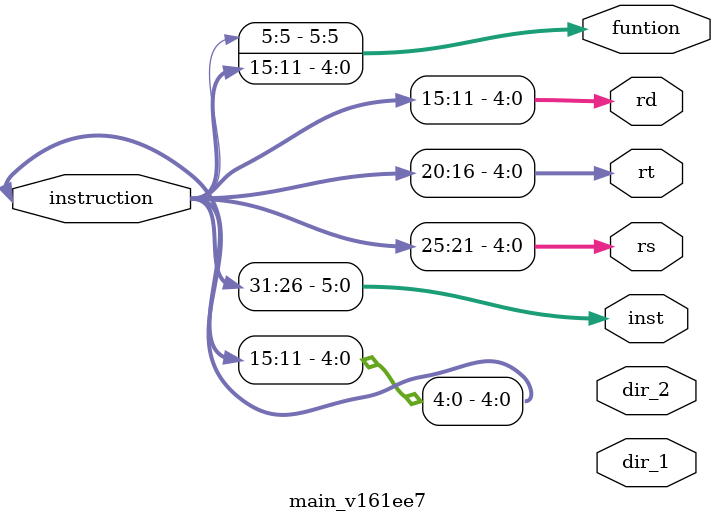
<source format=v>

`default_nettype none

module main (
 input [31:0] vf36d91,
 output [5:0] ve46738,
 output [4:0] v58c5d0,
 output [4:0] vaa7a52,
 output [4:0] va9e58a,
 output [5:0] vffb721,
 output [15:0] vf728ca,
 output [25:0] vcea0f4,
 output [0:7] vinit
);
 wire [0:25] w0;
 wire [0:15] w1;
 wire [0:5] w2;
 wire [0:4] w3;
 wire [0:4] w4;
 wire [0:4] w5;
 wire [0:5] w6;
 wire [0:31] w7;
 assign vcea0f4 = w0;
 assign vf728ca = w1;
 assign vffb721 = w2;
 assign va9e58a = w3;
 assign vaa7a52 = w4;
 assign v58c5d0 = w5;
 assign ve46738 = w6;
 assign w7 = vf36d91;
 main_v161ee7 v161ee7 (
  .dir_2(w0),
  .dir_1(w1),
  .funtion(w2),
  .rd(w3),
  .rt(w4),
  .rs(w5),
  .inst(w6),
  .instruction(w7)
 );
 assign vinit = 8'b00000000;
endmodule

/*-------------------------------------------------*/
/*--   */
/*-- - - - - - - - - - - - - - - - - - - - - - - --*/
/*-- 
/*-------------------------------------------------*/

module main_v161ee7 (
 input [31:0] instruction,
 output [5:0] inst,
 output [4:0] rs,
 output [4:0] rt,
 output [4:0] rd,
 output [5:0] funtion,
 output [15:0] dir_1,
 output [25:0] dir_2
);
 assign inst = instruction[31:26];
 
 assign rs = instruction[25:21];
 
 assign rt = instruction[20:16];
 
 assign rd = instruction[15:11];
 
 assign funtion = instruction[5:0];
 
 assign rd = instruction[15:0];
 
 assign rd = instruction[25:0];
endmodule

</source>
